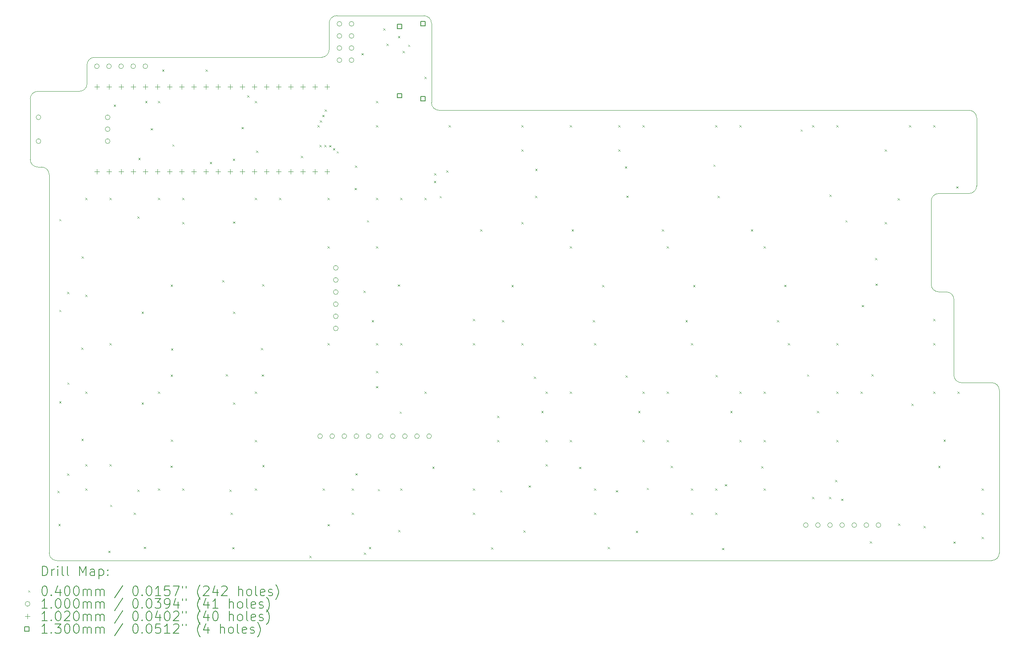
<source format=gbr>
%FSLAX45Y45*%
G04 Gerber Fmt 4.5, Leading zero omitted, Abs format (unit mm)*
G04 Created by KiCad (PCBNEW (6.0.5)) date 2022-07-14 01:39:36*
%MOMM*%
%LPD*%
G01*
G04 APERTURE LIST*
%TA.AperFunction,Profile*%
%ADD10C,0.100000*%
%TD*%
%ADD11C,0.200000*%
%ADD12C,0.040000*%
%ADD13C,0.100000*%
%ADD14C,0.102000*%
%ADD15C,0.130000*%
G04 APERTURE END LIST*
D10*
X2540000Y-5873750D02*
X3413125Y-5873750D01*
X3730625Y-5159375D02*
X6905625Y-5159375D01*
X2778125Y-7620000D02*
X2778125Y-7937500D01*
X10795000Y-4445000D02*
G75*
G03*
X10636250Y-4286250I-160310J-1560D01*
G01*
X2381250Y-6905625D02*
X2381250Y-6032500D01*
X22225000Y-6429375D02*
X22225000Y-7858125D01*
X8812249Y-4284699D02*
X10636250Y-4286250D01*
X8491500Y-5159381D02*
G75*
G03*
X8648700Y-4999075I-2530J159711D01*
G01*
X2381250Y-6905625D02*
X2381250Y-7302500D01*
X3571875Y-5715000D02*
X3571875Y-5318125D01*
X22542500Y-15716250D02*
G75*
G03*
X22701250Y-15557500I-10J158760D01*
G01*
X21748755Y-10239375D02*
G75*
G03*
X21590000Y-10080625I-158755J-5D01*
G01*
X22701245Y-12144375D02*
G75*
G03*
X22542500Y-11985625I-157035J1715D01*
G01*
X3730625Y-5159375D02*
G75*
G03*
X3571875Y-5318125I0J-158750D01*
G01*
X22066250Y-8016875D02*
X21431250Y-8016875D01*
X3413125Y-5873755D02*
G75*
G03*
X3571875Y-5715000I-5J158755D01*
G01*
X2778127Y-15557500D02*
G75*
G03*
X2941989Y-15716250I158433J-410D01*
G01*
X10953750Y-6270625D02*
X22066250Y-6270625D01*
X21272495Y-9921875D02*
G75*
G03*
X21431250Y-10080625I158755J5D01*
G01*
X21748750Y-10239375D02*
X21748750Y-11826875D01*
X10795000Y-6111875D02*
G75*
G03*
X10953750Y-6270625I157925J-825D01*
G01*
X21748745Y-11826875D02*
G75*
G03*
X21907500Y-11985625I158755J5D01*
G01*
X6905625Y-5159375D02*
X8491500Y-5159375D01*
X21431250Y-8016880D02*
G75*
G03*
X21272500Y-8175625I0J-158750D01*
G01*
X2381250Y-7302500D02*
G75*
G03*
X2540000Y-7461250I158750J0D01*
G01*
X10795000Y-4445000D02*
X10795000Y-6111875D01*
X21272500Y-8175625D02*
X21272500Y-9921875D01*
X8648700Y-4999075D02*
X8648700Y-4443450D01*
X22542500Y-15716250D02*
X2941989Y-15716250D01*
X2778125Y-15557500D02*
X2778125Y-7937500D01*
X2540000Y-7461250D02*
X2619375Y-7461250D01*
X8812249Y-4284699D02*
G75*
G03*
X8648700Y-4443450I-1719J-161851D01*
G01*
X21431250Y-10080625D02*
X21590000Y-10080625D01*
X22225005Y-6429375D02*
G75*
G03*
X22066250Y-6270625I-158755J-5D01*
G01*
X22066250Y-8016870D02*
G75*
G03*
X22225000Y-7858125I0J158750D01*
G01*
X21907500Y-11985625D02*
X22542500Y-11985625D01*
X2778120Y-7620000D02*
G75*
G03*
X2619375Y-7461250I-158750J0D01*
G01*
X2540000Y-5873750D02*
G75*
G03*
X2381250Y-6032500I-2090J-156660D01*
G01*
X22701250Y-12144375D02*
X22701250Y-15557500D01*
D11*
D12*
X2951800Y-14254800D02*
X2991800Y-14294800D01*
X2991800Y-14254800D02*
X2951800Y-14294800D01*
X2972120Y-14950760D02*
X3012120Y-14990760D01*
X3012120Y-14950760D02*
X2972120Y-14990760D01*
X2989900Y-8552500D02*
X3029900Y-8592500D01*
X3029900Y-8552500D02*
X2989900Y-8592500D01*
X2989900Y-10457500D02*
X3029900Y-10497500D01*
X3029900Y-10457500D02*
X2989900Y-10497500D01*
X2989900Y-12375200D02*
X3029900Y-12415200D01*
X3029900Y-12375200D02*
X2989900Y-12415200D01*
X3155000Y-10079040D02*
X3195000Y-10119040D01*
X3195000Y-10079040D02*
X3155000Y-10119040D01*
X3155000Y-13891580D02*
X3195000Y-13931580D01*
X3195000Y-13891580D02*
X3155000Y-13931580D01*
X3157540Y-11981500D02*
X3197540Y-12021500D01*
X3197540Y-11981500D02*
X3157540Y-12021500D01*
X3452180Y-11247440D02*
X3492180Y-11287440D01*
X3492180Y-11247440D02*
X3452180Y-11287440D01*
X3454720Y-13160060D02*
X3494720Y-13200060D01*
X3494720Y-13160060D02*
X3454720Y-13200060D01*
X3459800Y-9337360D02*
X3499800Y-9377360D01*
X3499800Y-9337360D02*
X3459800Y-9377360D01*
X3536000Y-8108000D02*
X3576000Y-8148000D01*
X3576000Y-8108000D02*
X3536000Y-8148000D01*
X3536000Y-10140000D02*
X3576000Y-10180000D01*
X3576000Y-10140000D02*
X3536000Y-10180000D01*
X3536000Y-12172000D02*
X3576000Y-12212000D01*
X3576000Y-12172000D02*
X3536000Y-12212000D01*
X3536000Y-13696000D02*
X3576000Y-13736000D01*
X3576000Y-13696000D02*
X3536000Y-13736000D01*
X3536000Y-14204000D02*
X3576000Y-14244000D01*
X3576000Y-14204000D02*
X3536000Y-14244000D01*
X4018600Y-15512100D02*
X4058600Y-15552100D01*
X4058600Y-15512100D02*
X4018600Y-15552100D01*
X4044000Y-8108000D02*
X4084000Y-8148000D01*
X4084000Y-8108000D02*
X4044000Y-8148000D01*
X4044000Y-11156000D02*
X4084000Y-11196000D01*
X4084000Y-11156000D02*
X4044000Y-11196000D01*
X4044000Y-13696000D02*
X4084000Y-13736000D01*
X4084000Y-13696000D02*
X4044000Y-13736000D01*
X4056700Y-14546900D02*
X4096700Y-14586900D01*
X4096700Y-14546900D02*
X4056700Y-14586900D01*
X4132900Y-6152200D02*
X4172900Y-6192200D01*
X4172900Y-6152200D02*
X4132900Y-6192200D01*
X4552000Y-14712000D02*
X4592000Y-14752000D01*
X4592000Y-14712000D02*
X4552000Y-14752000D01*
X4628200Y-8499160D02*
X4668200Y-8539160D01*
X4668200Y-8499160D02*
X4628200Y-8539160D01*
X4628200Y-14229400D02*
X4668200Y-14269400D01*
X4668200Y-14229400D02*
X4628200Y-14269400D01*
X4648520Y-7269800D02*
X4688520Y-7309800D01*
X4688520Y-7269800D02*
X4648520Y-7309800D01*
X4717100Y-10495600D02*
X4757100Y-10535600D01*
X4757100Y-10495600D02*
X4717100Y-10535600D01*
X4717100Y-12400600D02*
X4757100Y-12440600D01*
X4757100Y-12400600D02*
X4717100Y-12440600D01*
X4762820Y-15425740D02*
X4802820Y-15465740D01*
X4802820Y-15425740D02*
X4762820Y-15465740D01*
X4793300Y-6076000D02*
X4833300Y-6116000D01*
X4833300Y-6076000D02*
X4793300Y-6116000D01*
X4907600Y-6647500D02*
X4947600Y-6687500D01*
X4947600Y-6647500D02*
X4907600Y-6687500D01*
X5060000Y-6076000D02*
X5100000Y-6116000D01*
X5100000Y-6076000D02*
X5060000Y-6116000D01*
X5060000Y-8108000D02*
X5100000Y-8148000D01*
X5100000Y-8108000D02*
X5060000Y-8148000D01*
X5060000Y-12172000D02*
X5100000Y-12212000D01*
X5100000Y-12172000D02*
X5060000Y-12212000D01*
X5060000Y-14204000D02*
X5100000Y-14244000D01*
X5100000Y-14204000D02*
X5060000Y-14244000D01*
X5148900Y-5415600D02*
X5188900Y-5455600D01*
X5188900Y-5415600D02*
X5148900Y-5455600D01*
X5319080Y-13723940D02*
X5359080Y-13763940D01*
X5359080Y-13723940D02*
X5319080Y-13763940D01*
X5326700Y-9926640D02*
X5366700Y-9966640D01*
X5366700Y-9926640D02*
X5326700Y-9966640D01*
X5326700Y-11816400D02*
X5366700Y-11856400D01*
X5366700Y-11816400D02*
X5326700Y-11856400D01*
X5329240Y-13177840D02*
X5369240Y-13217840D01*
X5369240Y-13177840D02*
X5329240Y-13217840D01*
X5334320Y-11265220D02*
X5374320Y-11305220D01*
X5374320Y-11265220D02*
X5334320Y-11305220D01*
X5359720Y-6985320D02*
X5399720Y-7025320D01*
X5399720Y-6985320D02*
X5359720Y-7025320D01*
X5568000Y-8108000D02*
X5608000Y-8148000D01*
X5608000Y-8108000D02*
X5568000Y-8148000D01*
X5568000Y-8616000D02*
X5608000Y-8656000D01*
X5608000Y-8616000D02*
X5568000Y-8656000D01*
X5568000Y-14204000D02*
X5608000Y-14244000D01*
X5608000Y-14204000D02*
X5568000Y-14244000D01*
X6060760Y-5415600D02*
X6100760Y-5455600D01*
X6100760Y-5415600D02*
X6060760Y-5455600D01*
X6147120Y-7351080D02*
X6187120Y-7391080D01*
X6187120Y-7351080D02*
X6147120Y-7391080D01*
X6406942Y-9832928D02*
X6446942Y-9872928D01*
X6446942Y-9832928D02*
X6406942Y-9872928D01*
X6479592Y-11803967D02*
X6519592Y-11843967D01*
X6519592Y-11803967D02*
X6479592Y-11843967D01*
X6558600Y-14229400D02*
X6598600Y-14269400D01*
X6598600Y-14229400D02*
X6558600Y-14269400D01*
X6584000Y-14712000D02*
X6624000Y-14752000D01*
X6624000Y-14712000D02*
X6584000Y-14752000D01*
X6617020Y-15435900D02*
X6657020Y-15475900D01*
X6657020Y-15435900D02*
X6617020Y-15475900D01*
X6629720Y-7285040D02*
X6669720Y-7325040D01*
X6669720Y-7285040D02*
X6629720Y-7325040D01*
X6634800Y-8603300D02*
X6674800Y-8643300D01*
X6674800Y-8603300D02*
X6634800Y-8643300D01*
X6634800Y-10495600D02*
X6674800Y-10535600D01*
X6674800Y-10495600D02*
X6634800Y-10535600D01*
X6634800Y-12400600D02*
X6674800Y-12440600D01*
X6674800Y-12400600D02*
X6634800Y-12440600D01*
X6812600Y-6622100D02*
X6852600Y-6662100D01*
X6852600Y-6622100D02*
X6812600Y-6662100D01*
X6929440Y-5959160D02*
X6969440Y-5999160D01*
X6969440Y-5959160D02*
X6929440Y-5999160D01*
X7092000Y-6076000D02*
X7132000Y-6116000D01*
X7132000Y-6076000D02*
X7092000Y-6116000D01*
X7092000Y-8108000D02*
X7132000Y-8148000D01*
X7132000Y-8108000D02*
X7092000Y-8148000D01*
X7092000Y-12172000D02*
X7132000Y-12212000D01*
X7132000Y-12172000D02*
X7092000Y-12212000D01*
X7092000Y-13188000D02*
X7132000Y-13228000D01*
X7132000Y-13188000D02*
X7092000Y-13228000D01*
X7092000Y-14204000D02*
X7132000Y-14244000D01*
X7132000Y-14204000D02*
X7092000Y-14244000D01*
X7117400Y-7114860D02*
X7157400Y-7154860D01*
X7157400Y-7114860D02*
X7117400Y-7154860D01*
X7219000Y-11257600D02*
X7259000Y-11297600D01*
X7259000Y-11257600D02*
X7219000Y-11297600D01*
X7236780Y-11811320D02*
X7276780Y-11851320D01*
X7276780Y-11811320D02*
X7236780Y-11851320D01*
X7244400Y-9919020D02*
X7284400Y-9959020D01*
X7284400Y-9919020D02*
X7244400Y-9959020D01*
X7246940Y-13711240D02*
X7286940Y-13751240D01*
X7286940Y-13711240D02*
X7246940Y-13751240D01*
X7600000Y-8108000D02*
X7640000Y-8148000D01*
X7640000Y-8108000D02*
X7600000Y-8148000D01*
X8057200Y-7224080D02*
X8097200Y-7264080D01*
X8097200Y-7224080D02*
X8057200Y-7264080D01*
X8232460Y-15616240D02*
X8272460Y-15656240D01*
X8272460Y-15616240D02*
X8232460Y-15656240D01*
X8402640Y-6584000D02*
X8442640Y-6624000D01*
X8442640Y-6584000D02*
X8402640Y-6624000D01*
X8448878Y-7001022D02*
X8488878Y-7041022D01*
X8488878Y-7001022D02*
X8448878Y-7041022D01*
X8453192Y-6482152D02*
X8493192Y-6522152D01*
X8493192Y-6482152D02*
X8453192Y-6522152D01*
X8504943Y-6366263D02*
X8544943Y-6406263D01*
X8544943Y-6366263D02*
X8504943Y-6406263D01*
X8514400Y-14204000D02*
X8554400Y-14244000D01*
X8554400Y-14204000D02*
X8514400Y-14244000D01*
X8548828Y-7000959D02*
X8588828Y-7040959D01*
X8588828Y-7000959D02*
X8548828Y-7040959D01*
X8555425Y-6251645D02*
X8595425Y-6291645D01*
X8595425Y-6251645D02*
X8555425Y-6291645D01*
X8616000Y-8108000D02*
X8656000Y-8148000D01*
X8656000Y-8108000D02*
X8616000Y-8148000D01*
X8616000Y-9124000D02*
X8656000Y-9164000D01*
X8656000Y-9124000D02*
X8616000Y-9164000D01*
X8616000Y-11156000D02*
X8656000Y-11196000D01*
X8656000Y-11156000D02*
X8616000Y-11196000D01*
X8616000Y-14953300D02*
X8656000Y-14993300D01*
X8656000Y-14953300D02*
X8616000Y-14993300D01*
X8648761Y-7002822D02*
X8688761Y-7042822D01*
X8688761Y-7002822D02*
X8648761Y-7042822D01*
X8728885Y-7067124D02*
X8768885Y-7107124D01*
X8768885Y-7067124D02*
X8728885Y-7107124D01*
X8806500Y-7130100D02*
X8846500Y-7170100D01*
X8846500Y-7130100D02*
X8806500Y-7170100D01*
X9124000Y-14204000D02*
X9164000Y-14244000D01*
X9164000Y-14204000D02*
X9124000Y-14244000D01*
X9124000Y-14712000D02*
X9164000Y-14752000D01*
X9164000Y-14712000D02*
X9124000Y-14752000D01*
X9183181Y-7900129D02*
X9223181Y-7940129D01*
X9223181Y-7900129D02*
X9183181Y-7940129D01*
X9192323Y-7430077D02*
X9232323Y-7470077D01*
X9232323Y-7430077D02*
X9192323Y-7470077D01*
X9200200Y-13886500D02*
X9240200Y-13926500D01*
X9240200Y-13886500D02*
X9200200Y-13926500D01*
X9327200Y-5072700D02*
X9367200Y-5112700D01*
X9367200Y-5072700D02*
X9327200Y-5112700D01*
X9368850Y-10054650D02*
X9408850Y-10094650D01*
X9408850Y-10054650D02*
X9368850Y-10094650D01*
X9378000Y-15550200D02*
X9418000Y-15590200D01*
X9418000Y-15550200D02*
X9378000Y-15590200D01*
X9441500Y-8577900D02*
X9481500Y-8617900D01*
X9481500Y-8577900D02*
X9441500Y-8617900D01*
X9482140Y-15430820D02*
X9522140Y-15470820D01*
X9522140Y-15430820D02*
X9482140Y-15470820D01*
X9543100Y-10673400D02*
X9583100Y-10713400D01*
X9583100Y-10673400D02*
X9543100Y-10713400D01*
X9632000Y-6076000D02*
X9672000Y-6116000D01*
X9672000Y-6076000D02*
X9632000Y-6116000D01*
X9632000Y-6584000D02*
X9672000Y-6624000D01*
X9672000Y-6584000D02*
X9632000Y-6624000D01*
X9632000Y-8108000D02*
X9672000Y-8148000D01*
X9672000Y-8108000D02*
X9632000Y-8148000D01*
X9632000Y-9124000D02*
X9672000Y-9164000D01*
X9672000Y-9124000D02*
X9632000Y-9164000D01*
X9632000Y-11156000D02*
X9672000Y-11196000D01*
X9672000Y-11156000D02*
X9632000Y-11196000D01*
X9632000Y-12057700D02*
X9672000Y-12097700D01*
X9672000Y-12057700D02*
X9632000Y-12097700D01*
X9632352Y-11739848D02*
X9672352Y-11779848D01*
X9672352Y-11739848D02*
X9632352Y-11779848D01*
X9670100Y-14216700D02*
X9710100Y-14256700D01*
X9710100Y-14216700D02*
X9670100Y-14256700D01*
X9784400Y-4552000D02*
X9824400Y-4592000D01*
X9824400Y-4552000D02*
X9784400Y-4592000D01*
X9850411Y-4871100D02*
X9890411Y-4911100D01*
X9890411Y-4871100D02*
X9850411Y-4911100D01*
X10089200Y-9924100D02*
X10129200Y-9964100D01*
X10129200Y-9924100D02*
X10089200Y-9964100D01*
X10091740Y-4714560D02*
X10131740Y-4754560D01*
X10131740Y-4714560D02*
X10091740Y-4754560D01*
X10096820Y-15072680D02*
X10136820Y-15112680D01*
X10136820Y-15072680D02*
X10096820Y-15112680D01*
X10127300Y-12591100D02*
X10167300Y-12631100D01*
X10167300Y-12591100D02*
X10127300Y-12631100D01*
X10140000Y-8108000D02*
X10180000Y-8148000D01*
X10180000Y-8108000D02*
X10140000Y-8148000D01*
X10140000Y-11156000D02*
X10180000Y-11196000D01*
X10180000Y-11156000D02*
X10140000Y-11196000D01*
X10140000Y-14204000D02*
X10180000Y-14244000D01*
X10180000Y-14204000D02*
X10140000Y-14244000D01*
X10190800Y-5024440D02*
X10230800Y-5064440D01*
X10230800Y-5024440D02*
X10190800Y-5064440D01*
X10305082Y-4894919D02*
X10345082Y-4934919D01*
X10345082Y-4894919D02*
X10305082Y-4934919D01*
X10648000Y-5568000D02*
X10688000Y-5608000D01*
X10688000Y-5568000D02*
X10648000Y-5608000D01*
X10648000Y-8108000D02*
X10688000Y-8148000D01*
X10688000Y-8108000D02*
X10648000Y-8148000D01*
X10648000Y-12172000D02*
X10688000Y-12212000D01*
X10688000Y-12172000D02*
X10648000Y-12212000D01*
X10813100Y-13746800D02*
X10853100Y-13786800D01*
X10853100Y-13746800D02*
X10813100Y-13786800D01*
X10846685Y-7754375D02*
X10886685Y-7794375D01*
X10886685Y-7754375D02*
X10846685Y-7794375D01*
X10848660Y-7589840D02*
X10888660Y-7629840D01*
X10888660Y-7589840D02*
X10848660Y-7629840D01*
X10965500Y-8069900D02*
X11005500Y-8109900D01*
X11005500Y-8069900D02*
X10965500Y-8109900D01*
X11105200Y-7531725D02*
X11145200Y-7571725D01*
X11145200Y-7531725D02*
X11105200Y-7571725D01*
X11156000Y-6584000D02*
X11196000Y-6624000D01*
X11196000Y-6584000D02*
X11156000Y-6624000D01*
X11664000Y-10648000D02*
X11704000Y-10688000D01*
X11704000Y-10648000D02*
X11664000Y-10688000D01*
X11664000Y-11156000D02*
X11704000Y-11196000D01*
X11704000Y-11156000D02*
X11664000Y-11196000D01*
X11664000Y-14204000D02*
X11704000Y-14244000D01*
X11704000Y-14204000D02*
X11664000Y-14244000D01*
X11664000Y-14712000D02*
X11704000Y-14752000D01*
X11704000Y-14712000D02*
X11664000Y-14752000D01*
X11816400Y-8768400D02*
X11856400Y-8808400D01*
X11856400Y-8768400D02*
X11816400Y-8808400D01*
X12045000Y-15440980D02*
X12085000Y-15480980D01*
X12085000Y-15440980D02*
X12045000Y-15480980D01*
X12172000Y-12680000D02*
X12212000Y-12720000D01*
X12212000Y-12680000D02*
X12172000Y-12720000D01*
X12172000Y-13188000D02*
X12212000Y-13228000D01*
X12212000Y-13188000D02*
X12172000Y-13228000D01*
X12235500Y-14242100D02*
X12275500Y-14282100D01*
X12275500Y-14242100D02*
X12235500Y-14282100D01*
X12273600Y-10673400D02*
X12313600Y-10713400D01*
X12313600Y-10673400D02*
X12273600Y-10713400D01*
X12471720Y-9934260D02*
X12511720Y-9974260D01*
X12511720Y-9934260D02*
X12471720Y-9974260D01*
X12680000Y-6584000D02*
X12720000Y-6624000D01*
X12720000Y-6584000D02*
X12680000Y-6624000D01*
X12680000Y-7092000D02*
X12720000Y-7132000D01*
X12720000Y-7092000D02*
X12680000Y-7132000D01*
X12680000Y-8616000D02*
X12720000Y-8656000D01*
X12720000Y-8616000D02*
X12680000Y-8656000D01*
X12680000Y-11156000D02*
X12720000Y-11196000D01*
X12720000Y-11156000D02*
X12680000Y-11196000D01*
X12720640Y-15085380D02*
X12760640Y-15125380D01*
X12760640Y-15085380D02*
X12720640Y-15125380D01*
X12832400Y-14140500D02*
X12872400Y-14180500D01*
X12872400Y-14140500D02*
X12832400Y-14180500D01*
X12944160Y-11859580D02*
X12984160Y-11899580D01*
X12984160Y-11859580D02*
X12944160Y-11899580D01*
X12967020Y-8062280D02*
X13007020Y-8102280D01*
X13007020Y-8062280D02*
X12967020Y-8102280D01*
X12972100Y-7498400D02*
X13012100Y-7538400D01*
X13012100Y-7498400D02*
X12972100Y-7538400D01*
X13099100Y-12578400D02*
X13139100Y-12618400D01*
X13139100Y-12578400D02*
X13099100Y-12618400D01*
X13188000Y-12172000D02*
X13228000Y-12212000D01*
X13228000Y-12172000D02*
X13188000Y-12212000D01*
X13188000Y-13188000D02*
X13228000Y-13228000D01*
X13228000Y-13188000D02*
X13188000Y-13228000D01*
X13188000Y-13696000D02*
X13228000Y-13736000D01*
X13228000Y-13696000D02*
X13188000Y-13736000D01*
X13696000Y-6584000D02*
X13736000Y-6624000D01*
X13736000Y-6584000D02*
X13696000Y-6624000D01*
X13696000Y-9124000D02*
X13736000Y-9164000D01*
X13736000Y-9124000D02*
X13696000Y-9164000D01*
X13696000Y-12172000D02*
X13736000Y-12212000D01*
X13736000Y-12172000D02*
X13696000Y-12212000D01*
X13696000Y-13188000D02*
X13736000Y-13228000D01*
X13736000Y-13188000D02*
X13696000Y-13228000D01*
X13734100Y-8768400D02*
X13774100Y-8808400D01*
X13774100Y-8768400D02*
X13734100Y-8808400D01*
X13891580Y-13749340D02*
X13931580Y-13789340D01*
X13931580Y-13749340D02*
X13891580Y-13789340D01*
X14178600Y-10673400D02*
X14218600Y-10713400D01*
X14218600Y-10673400D02*
X14178600Y-10713400D01*
X14204000Y-11156000D02*
X14244000Y-11196000D01*
X14244000Y-11156000D02*
X14204000Y-11196000D01*
X14204000Y-14204000D02*
X14244000Y-14244000D01*
X14244000Y-14204000D02*
X14204000Y-14244000D01*
X14204000Y-14712000D02*
X14244000Y-14752000D01*
X14244000Y-14712000D02*
X14204000Y-14752000D01*
X14371640Y-9934260D02*
X14411640Y-9974260D01*
X14411640Y-9934260D02*
X14371640Y-9974260D01*
X14493560Y-15428280D02*
X14533560Y-15468280D01*
X14533560Y-15428280D02*
X14493560Y-15468280D01*
X14661200Y-14242100D02*
X14701200Y-14282100D01*
X14701200Y-14242100D02*
X14661200Y-14282100D01*
X14712000Y-6584000D02*
X14752000Y-6624000D01*
X14752000Y-6584000D02*
X14712000Y-6624000D01*
X14712000Y-7092000D02*
X14752000Y-7132000D01*
X14752000Y-7092000D02*
X14712000Y-7132000D01*
X14851700Y-7447600D02*
X14891700Y-7487600D01*
X14891700Y-7447600D02*
X14851700Y-7487600D01*
X14864400Y-11831640D02*
X14904400Y-11871640D01*
X14904400Y-11831640D02*
X14864400Y-11871640D01*
X14879640Y-8059740D02*
X14919640Y-8099740D01*
X14919640Y-8059740D02*
X14879640Y-8099740D01*
X15080300Y-15089450D02*
X15120300Y-15129450D01*
X15120300Y-15089450D02*
X15080300Y-15129450D01*
X15131100Y-12578400D02*
X15171100Y-12618400D01*
X15171100Y-12578400D02*
X15131100Y-12618400D01*
X15220000Y-6584000D02*
X15260000Y-6624000D01*
X15260000Y-6584000D02*
X15220000Y-6624000D01*
X15220000Y-12172000D02*
X15260000Y-12212000D01*
X15260000Y-12172000D02*
X15220000Y-12212000D01*
X15220000Y-13188000D02*
X15260000Y-13228000D01*
X15260000Y-13188000D02*
X15220000Y-13228000D01*
X15308900Y-14191300D02*
X15348900Y-14231300D01*
X15348900Y-14191300D02*
X15308900Y-14231300D01*
X15626400Y-8768400D02*
X15666400Y-8808400D01*
X15666400Y-8768400D02*
X15626400Y-8808400D01*
X15728000Y-9124000D02*
X15768000Y-9164000D01*
X15768000Y-9124000D02*
X15728000Y-9164000D01*
X15728000Y-12172000D02*
X15768000Y-12212000D01*
X15768000Y-12172000D02*
X15728000Y-12212000D01*
X15728000Y-13188000D02*
X15768000Y-13228000D01*
X15768000Y-13188000D02*
X15728000Y-13228000D01*
X15809280Y-13729020D02*
X15849280Y-13769020D01*
X15849280Y-13729020D02*
X15809280Y-13769020D01*
X16121700Y-10673400D02*
X16161700Y-10713400D01*
X16161700Y-10673400D02*
X16121700Y-10713400D01*
X16236000Y-11156000D02*
X16276000Y-11196000D01*
X16276000Y-11156000D02*
X16236000Y-11196000D01*
X16236000Y-14204000D02*
X16276000Y-14244000D01*
X16276000Y-14204000D02*
X16236000Y-14244000D01*
X16236000Y-14712000D02*
X16276000Y-14752000D01*
X16276000Y-14712000D02*
X16236000Y-14752000D01*
X16281720Y-9934260D02*
X16321720Y-9974260D01*
X16321720Y-9934260D02*
X16281720Y-9974260D01*
X16705900Y-7409500D02*
X16745900Y-7449500D01*
X16745900Y-7409500D02*
X16705900Y-7449500D01*
X16744000Y-6584000D02*
X16784000Y-6624000D01*
X16784000Y-6584000D02*
X16744000Y-6624000D01*
X16744000Y-14204000D02*
X16784000Y-14244000D01*
X16784000Y-14204000D02*
X16744000Y-14244000D01*
X16744000Y-14712000D02*
X16784000Y-14752000D01*
X16784000Y-14712000D02*
X16744000Y-14752000D01*
X16751620Y-11821480D02*
X16791620Y-11861480D01*
X16791620Y-11821480D02*
X16751620Y-11861480D01*
X16794800Y-8067360D02*
X16834800Y-8107360D01*
X16834800Y-8067360D02*
X16794800Y-8107360D01*
X16886240Y-15451140D02*
X16926240Y-15491140D01*
X16926240Y-15451140D02*
X16886240Y-15491140D01*
X16947200Y-14115100D02*
X16987200Y-14155100D01*
X16987200Y-14115100D02*
X16947200Y-14155100D01*
X17061500Y-12578400D02*
X17101500Y-12618400D01*
X17101500Y-12578400D02*
X17061500Y-12618400D01*
X17252000Y-6584000D02*
X17292000Y-6624000D01*
X17292000Y-6584000D02*
X17252000Y-6624000D01*
X17252000Y-12172000D02*
X17292000Y-12212000D01*
X17292000Y-12172000D02*
X17252000Y-12212000D01*
X17252000Y-13188000D02*
X17292000Y-13228000D01*
X17292000Y-13188000D02*
X17252000Y-13228000D01*
X17493300Y-8768400D02*
X17533300Y-8808400D01*
X17533300Y-8768400D02*
X17493300Y-8808400D01*
X17706660Y-13736640D02*
X17746660Y-13776640D01*
X17746660Y-13736640D02*
X17706660Y-13776640D01*
X17760000Y-9124000D02*
X17800000Y-9164000D01*
X17800000Y-9124000D02*
X17760000Y-9164000D01*
X17760000Y-12172000D02*
X17800000Y-12212000D01*
X17800000Y-12172000D02*
X17760000Y-12212000D01*
X17760000Y-13188000D02*
X17800000Y-13228000D01*
X17800000Y-13188000D02*
X17760000Y-13228000D01*
X17760000Y-14204000D02*
X17800000Y-14244000D01*
X17800000Y-14204000D02*
X17760000Y-14244000D01*
X18039400Y-10673400D02*
X18079400Y-10713400D01*
X18079400Y-10673400D02*
X18039400Y-10713400D01*
X18191800Y-9931720D02*
X18231800Y-9971720D01*
X18231800Y-9931720D02*
X18191800Y-9971720D01*
X18268000Y-11156000D02*
X18308000Y-11196000D01*
X18308000Y-11156000D02*
X18268000Y-11196000D01*
X18534700Y-6672900D02*
X18574700Y-6712900D01*
X18574700Y-6672900D02*
X18534700Y-6712900D01*
X18669320Y-11811320D02*
X18709320Y-11851320D01*
X18709320Y-11811320D02*
X18669320Y-11851320D01*
X18776000Y-6584000D02*
X18816000Y-6624000D01*
X18816000Y-6584000D02*
X18776000Y-6624000D01*
X18776000Y-14381800D02*
X18816000Y-14421800D01*
X18816000Y-14381800D02*
X18776000Y-14421800D01*
X18877600Y-12578400D02*
X18917600Y-12618400D01*
X18917600Y-12578400D02*
X18877600Y-12618400D01*
X19131600Y-14381800D02*
X19171600Y-14421800D01*
X19171600Y-14381800D02*
X19131600Y-14421800D01*
X19139220Y-8039420D02*
X19179220Y-8079420D01*
X19179220Y-8039420D02*
X19139220Y-8079420D01*
X19258600Y-14026200D02*
X19298600Y-14066200D01*
X19298600Y-14026200D02*
X19258600Y-14066200D01*
X19284000Y-6584000D02*
X19324000Y-6624000D01*
X19324000Y-6584000D02*
X19284000Y-6624000D01*
X19284000Y-11156000D02*
X19324000Y-11196000D01*
X19324000Y-11156000D02*
X19284000Y-11196000D01*
X19284000Y-12172000D02*
X19324000Y-12212000D01*
X19324000Y-12172000D02*
X19284000Y-12212000D01*
X19284000Y-13188000D02*
X19324000Y-13228000D01*
X19324000Y-13188000D02*
X19284000Y-13228000D01*
X19385600Y-14419900D02*
X19425600Y-14459900D01*
X19425600Y-14419900D02*
X19385600Y-14459900D01*
X19474500Y-8577900D02*
X19514500Y-8617900D01*
X19514500Y-8577900D02*
X19474500Y-8617900D01*
X19792000Y-12172000D02*
X19832000Y-12212000D01*
X19832000Y-12172000D02*
X19792000Y-12212000D01*
X19817400Y-10355900D02*
X19857400Y-10395900D01*
X19857400Y-10355900D02*
X19817400Y-10395900D01*
X19985040Y-15313980D02*
X20025040Y-15353980D01*
X20025040Y-15313980D02*
X19985040Y-15353980D01*
X20018060Y-11808780D02*
X20058060Y-11848780D01*
X20058060Y-11808780D02*
X20018060Y-11848780D01*
X20094260Y-9367840D02*
X20134260Y-9407840D01*
X20134260Y-9367840D02*
X20094260Y-9407840D01*
X20104420Y-9906320D02*
X20144420Y-9946320D01*
X20144420Y-9906320D02*
X20104420Y-9946320D01*
X20300000Y-7092000D02*
X20340000Y-7132000D01*
X20340000Y-7092000D02*
X20300000Y-7132000D01*
X20300000Y-8616000D02*
X20340000Y-8656000D01*
X20340000Y-8616000D02*
X20300000Y-8656000D01*
X20569240Y-8113080D02*
X20609240Y-8153080D01*
X20609240Y-8113080D02*
X20569240Y-8153080D01*
X20579400Y-14940600D02*
X20619400Y-14980600D01*
X20619400Y-14940600D02*
X20579400Y-14980600D01*
X20808000Y-6584000D02*
X20848000Y-6624000D01*
X20848000Y-6584000D02*
X20808000Y-6624000D01*
X20858800Y-12426000D02*
X20898800Y-12466000D01*
X20898800Y-12426000D02*
X20858800Y-12466000D01*
X21112800Y-14991400D02*
X21152800Y-15031400D01*
X21152800Y-14991400D02*
X21112800Y-15031400D01*
X21316000Y-6584000D02*
X21356000Y-6624000D01*
X21356000Y-6584000D02*
X21316000Y-6624000D01*
X21316000Y-10648000D02*
X21356000Y-10688000D01*
X21356000Y-10648000D02*
X21316000Y-10688000D01*
X21316000Y-11156000D02*
X21356000Y-11196000D01*
X21356000Y-11156000D02*
X21316000Y-11196000D01*
X21316000Y-12172000D02*
X21356000Y-12212000D01*
X21356000Y-12172000D02*
X21316000Y-12212000D01*
X21420140Y-13731560D02*
X21460140Y-13771560D01*
X21460140Y-13731560D02*
X21420140Y-13771560D01*
X21531900Y-13177840D02*
X21571900Y-13217840D01*
X21571900Y-13177840D02*
X21531900Y-13217840D01*
X21737640Y-15316520D02*
X21777640Y-15356520D01*
X21777640Y-15316520D02*
X21737640Y-15356520D01*
X21798600Y-7866700D02*
X21838600Y-7906700D01*
X21838600Y-7866700D02*
X21798600Y-7906700D01*
X21824000Y-12172000D02*
X21864000Y-12212000D01*
X21864000Y-12172000D02*
X21824000Y-12212000D01*
X22332000Y-14204000D02*
X22372000Y-14244000D01*
X22372000Y-14204000D02*
X22332000Y-14244000D01*
X22332000Y-14712000D02*
X22372000Y-14752000D01*
X22372000Y-14712000D02*
X22332000Y-14752000D01*
X22332000Y-15220000D02*
X22372000Y-15260000D01*
X22372000Y-15220000D02*
X22332000Y-15260000D01*
D13*
X2604375Y-6417500D02*
G75*
G03*
X2604375Y-6417500I-50000J0D01*
G01*
X2604375Y-6917500D02*
G75*
G03*
X2604375Y-6917500I-50000J0D01*
G01*
X3828250Y-5346700D02*
G75*
G03*
X3828250Y-5346700I-50000J0D01*
G01*
X4054375Y-6417500D02*
G75*
G03*
X4054375Y-6417500I-50000J0D01*
G01*
X4054375Y-6667500D02*
G75*
G03*
X4054375Y-6667500I-50000J0D01*
G01*
X4054375Y-6917500D02*
G75*
G03*
X4054375Y-6917500I-50000J0D01*
G01*
X4082250Y-5346700D02*
G75*
G03*
X4082250Y-5346700I-50000J0D01*
G01*
X4336250Y-5346700D02*
G75*
G03*
X4336250Y-5346700I-50000J0D01*
G01*
X4590250Y-5346700D02*
G75*
G03*
X4590250Y-5346700I-50000J0D01*
G01*
X4844250Y-5346700D02*
G75*
G03*
X4844250Y-5346700I-50000J0D01*
G01*
X8508700Y-13106400D02*
G75*
G03*
X8508700Y-13106400I-50000J0D01*
G01*
X8762700Y-13106400D02*
G75*
G03*
X8762700Y-13106400I-50000J0D01*
G01*
X8838400Y-9575800D02*
G75*
G03*
X8838400Y-9575800I-50000J0D01*
G01*
X8838400Y-9829800D02*
G75*
G03*
X8838400Y-9829800I-50000J0D01*
G01*
X8838400Y-10083800D02*
G75*
G03*
X8838400Y-10083800I-50000J0D01*
G01*
X8838400Y-10337800D02*
G75*
G03*
X8838400Y-10337800I-50000J0D01*
G01*
X8838400Y-10591800D02*
G75*
G03*
X8838400Y-10591800I-50000J0D01*
G01*
X8838400Y-10845800D02*
G75*
G03*
X8838400Y-10845800I-50000J0D01*
G01*
X8914600Y-4457700D02*
G75*
G03*
X8914600Y-4457700I-50000J0D01*
G01*
X8914600Y-4711700D02*
G75*
G03*
X8914600Y-4711700I-50000J0D01*
G01*
X8914600Y-4965700D02*
G75*
G03*
X8914600Y-4965700I-50000J0D01*
G01*
X8914600Y-5219700D02*
G75*
G03*
X8914600Y-5219700I-50000J0D01*
G01*
X9016700Y-13106400D02*
G75*
G03*
X9016700Y-13106400I-50000J0D01*
G01*
X9168600Y-4457700D02*
G75*
G03*
X9168600Y-4457700I-50000J0D01*
G01*
X9168600Y-4711700D02*
G75*
G03*
X9168600Y-4711700I-50000J0D01*
G01*
X9168600Y-4965700D02*
G75*
G03*
X9168600Y-4965700I-50000J0D01*
G01*
X9168600Y-5219700D02*
G75*
G03*
X9168600Y-5219700I-50000J0D01*
G01*
X9270700Y-13106400D02*
G75*
G03*
X9270700Y-13106400I-50000J0D01*
G01*
X9524700Y-13106400D02*
G75*
G03*
X9524700Y-13106400I-50000J0D01*
G01*
X9778700Y-13106400D02*
G75*
G03*
X9778700Y-13106400I-50000J0D01*
G01*
X10032700Y-13106400D02*
G75*
G03*
X10032700Y-13106400I-50000J0D01*
G01*
X10286700Y-13106400D02*
G75*
G03*
X10286700Y-13106400I-50000J0D01*
G01*
X10540700Y-13106400D02*
G75*
G03*
X10540700Y-13106400I-50000J0D01*
G01*
X10794700Y-13106400D02*
G75*
G03*
X10794700Y-13106400I-50000J0D01*
G01*
X18693600Y-14973300D02*
G75*
G03*
X18693600Y-14973300I-50000J0D01*
G01*
X18947600Y-14973300D02*
G75*
G03*
X18947600Y-14973300I-50000J0D01*
G01*
X19201600Y-14973300D02*
G75*
G03*
X19201600Y-14973300I-50000J0D01*
G01*
X19455600Y-14973300D02*
G75*
G03*
X19455600Y-14973300I-50000J0D01*
G01*
X19709600Y-14973300D02*
G75*
G03*
X19709600Y-14973300I-50000J0D01*
G01*
X19963600Y-14973300D02*
G75*
G03*
X19963600Y-14973300I-50000J0D01*
G01*
X20217600Y-14973300D02*
G75*
G03*
X20217600Y-14973300I-50000J0D01*
G01*
D14*
X3778250Y-5727500D02*
X3778250Y-5829500D01*
X3727250Y-5778500D02*
X3829250Y-5778500D01*
X3778250Y-7505500D02*
X3778250Y-7607500D01*
X3727250Y-7556500D02*
X3829250Y-7556500D01*
X4032250Y-5727500D02*
X4032250Y-5829500D01*
X3981250Y-5778500D02*
X4083250Y-5778500D01*
X4032250Y-7505500D02*
X4032250Y-7607500D01*
X3981250Y-7556500D02*
X4083250Y-7556500D01*
X4286250Y-5727500D02*
X4286250Y-5829500D01*
X4235250Y-5778500D02*
X4337250Y-5778500D01*
X4286250Y-7505500D02*
X4286250Y-7607500D01*
X4235250Y-7556500D02*
X4337250Y-7556500D01*
X4540250Y-5727500D02*
X4540250Y-5829500D01*
X4489250Y-5778500D02*
X4591250Y-5778500D01*
X4540250Y-7505500D02*
X4540250Y-7607500D01*
X4489250Y-7556500D02*
X4591250Y-7556500D01*
X4794250Y-5727500D02*
X4794250Y-5829500D01*
X4743250Y-5778500D02*
X4845250Y-5778500D01*
X4794250Y-7505500D02*
X4794250Y-7607500D01*
X4743250Y-7556500D02*
X4845250Y-7556500D01*
X5048250Y-5727500D02*
X5048250Y-5829500D01*
X4997250Y-5778500D02*
X5099250Y-5778500D01*
X5048250Y-7505500D02*
X5048250Y-7607500D01*
X4997250Y-7556500D02*
X5099250Y-7556500D01*
X5302250Y-5727500D02*
X5302250Y-5829500D01*
X5251250Y-5778500D02*
X5353250Y-5778500D01*
X5302250Y-7505500D02*
X5302250Y-7607500D01*
X5251250Y-7556500D02*
X5353250Y-7556500D01*
X5556250Y-5727500D02*
X5556250Y-5829500D01*
X5505250Y-5778500D02*
X5607250Y-5778500D01*
X5556250Y-7505500D02*
X5556250Y-7607500D01*
X5505250Y-7556500D02*
X5607250Y-7556500D01*
X5810250Y-5727500D02*
X5810250Y-5829500D01*
X5759250Y-5778500D02*
X5861250Y-5778500D01*
X5810250Y-7505500D02*
X5810250Y-7607500D01*
X5759250Y-7556500D02*
X5861250Y-7556500D01*
X6064250Y-5727500D02*
X6064250Y-5829500D01*
X6013250Y-5778500D02*
X6115250Y-5778500D01*
X6064250Y-7505500D02*
X6064250Y-7607500D01*
X6013250Y-7556500D02*
X6115250Y-7556500D01*
X6318250Y-5727500D02*
X6318250Y-5829500D01*
X6267250Y-5778500D02*
X6369250Y-5778500D01*
X6318250Y-7505500D02*
X6318250Y-7607500D01*
X6267250Y-7556500D02*
X6369250Y-7556500D01*
X6572250Y-5727500D02*
X6572250Y-5829500D01*
X6521250Y-5778500D02*
X6623250Y-5778500D01*
X6572250Y-7505500D02*
X6572250Y-7607500D01*
X6521250Y-7556500D02*
X6623250Y-7556500D01*
X6826250Y-5727500D02*
X6826250Y-5829500D01*
X6775250Y-5778500D02*
X6877250Y-5778500D01*
X6826250Y-7505500D02*
X6826250Y-7607500D01*
X6775250Y-7556500D02*
X6877250Y-7556500D01*
X7080250Y-5727500D02*
X7080250Y-5829500D01*
X7029250Y-5778500D02*
X7131250Y-5778500D01*
X7080250Y-7505500D02*
X7080250Y-7607500D01*
X7029250Y-7556500D02*
X7131250Y-7556500D01*
X7334250Y-5727500D02*
X7334250Y-5829500D01*
X7283250Y-5778500D02*
X7385250Y-5778500D01*
X7334250Y-7505500D02*
X7334250Y-7607500D01*
X7283250Y-7556500D02*
X7385250Y-7556500D01*
X7588250Y-5727500D02*
X7588250Y-5829500D01*
X7537250Y-5778500D02*
X7639250Y-5778500D01*
X7588250Y-7505500D02*
X7588250Y-7607500D01*
X7537250Y-7556500D02*
X7639250Y-7556500D01*
X7842250Y-5727500D02*
X7842250Y-5829500D01*
X7791250Y-5778500D02*
X7893250Y-5778500D01*
X7842250Y-7505500D02*
X7842250Y-7607500D01*
X7791250Y-7556500D02*
X7893250Y-7556500D01*
X8096250Y-5727500D02*
X8096250Y-5829500D01*
X8045250Y-5778500D02*
X8147250Y-5778500D01*
X8096250Y-7505500D02*
X8096250Y-7607500D01*
X8045250Y-7556500D02*
X8147250Y-7556500D01*
X8350250Y-5727500D02*
X8350250Y-5829500D01*
X8299250Y-5778500D02*
X8401250Y-5778500D01*
X8350250Y-7505500D02*
X8350250Y-7607500D01*
X8299250Y-7556500D02*
X8401250Y-7556500D01*
X8604250Y-5727500D02*
X8604250Y-5829500D01*
X8553250Y-5778500D02*
X8655250Y-5778500D01*
X8604250Y-7505500D02*
X8604250Y-7607500D01*
X8553250Y-7556500D02*
X8655250Y-7556500D01*
D15*
X10170037Y-4559712D02*
X10170037Y-4467788D01*
X10078113Y-4467788D01*
X10078113Y-4559712D01*
X10170037Y-4559712D01*
X10170037Y-6009712D02*
X10170037Y-5917788D01*
X10078113Y-5917788D01*
X10078113Y-6009712D01*
X10170037Y-6009712D01*
X10660037Y-4499712D02*
X10660037Y-4407788D01*
X10568113Y-4407788D01*
X10568113Y-4499712D01*
X10660037Y-4499712D01*
X10660037Y-6069712D02*
X10660037Y-5977788D01*
X10568113Y-5977788D01*
X10568113Y-6069712D01*
X10660037Y-6069712D01*
D11*
X2633855Y-16031819D02*
X2633855Y-15831819D01*
X2681474Y-15831819D01*
X2710046Y-15841343D01*
X2729093Y-15860391D01*
X2738617Y-15879438D01*
X2748141Y-15917533D01*
X2748141Y-15946105D01*
X2738617Y-15984200D01*
X2729093Y-16003248D01*
X2710046Y-16022295D01*
X2681474Y-16031819D01*
X2633855Y-16031819D01*
X2833855Y-16031819D02*
X2833855Y-15898486D01*
X2833855Y-15936581D02*
X2843379Y-15917533D01*
X2852903Y-15908010D01*
X2871950Y-15898486D01*
X2890998Y-15898486D01*
X2957665Y-16031819D02*
X2957665Y-15898486D01*
X2957665Y-15831819D02*
X2948141Y-15841343D01*
X2957665Y-15850867D01*
X2967188Y-15841343D01*
X2957665Y-15831819D01*
X2957665Y-15850867D01*
X3081474Y-16031819D02*
X3062426Y-16022295D01*
X3052903Y-16003248D01*
X3052903Y-15831819D01*
X3186236Y-16031819D02*
X3167188Y-16022295D01*
X3157665Y-16003248D01*
X3157665Y-15831819D01*
X3414807Y-16031819D02*
X3414807Y-15831819D01*
X3481474Y-15974676D01*
X3548141Y-15831819D01*
X3548141Y-16031819D01*
X3729093Y-16031819D02*
X3729093Y-15927057D01*
X3719569Y-15908010D01*
X3700522Y-15898486D01*
X3662426Y-15898486D01*
X3643379Y-15908010D01*
X3729093Y-16022295D02*
X3710046Y-16031819D01*
X3662426Y-16031819D01*
X3643379Y-16022295D01*
X3633855Y-16003248D01*
X3633855Y-15984200D01*
X3643379Y-15965153D01*
X3662426Y-15955629D01*
X3710046Y-15955629D01*
X3729093Y-15946105D01*
X3824331Y-15898486D02*
X3824331Y-16098486D01*
X3824331Y-15908010D02*
X3843379Y-15898486D01*
X3881474Y-15898486D01*
X3900522Y-15908010D01*
X3910046Y-15917533D01*
X3919569Y-15936581D01*
X3919569Y-15993724D01*
X3910046Y-16012772D01*
X3900522Y-16022295D01*
X3881474Y-16031819D01*
X3843379Y-16031819D01*
X3824331Y-16022295D01*
X4005284Y-16012772D02*
X4014807Y-16022295D01*
X4005284Y-16031819D01*
X3995760Y-16022295D01*
X4005284Y-16012772D01*
X4005284Y-16031819D01*
X4005284Y-15908010D02*
X4014807Y-15917533D01*
X4005284Y-15927057D01*
X3995760Y-15917533D01*
X4005284Y-15908010D01*
X4005284Y-15927057D01*
D12*
X2336236Y-16341343D02*
X2376236Y-16381343D01*
X2376236Y-16341343D02*
X2336236Y-16381343D01*
D11*
X2671950Y-16251819D02*
X2690998Y-16251819D01*
X2710046Y-16261343D01*
X2719569Y-16270867D01*
X2729093Y-16289914D01*
X2738617Y-16328010D01*
X2738617Y-16375629D01*
X2729093Y-16413724D01*
X2719569Y-16432772D01*
X2710046Y-16442295D01*
X2690998Y-16451819D01*
X2671950Y-16451819D01*
X2652903Y-16442295D01*
X2643379Y-16432772D01*
X2633855Y-16413724D01*
X2624331Y-16375629D01*
X2624331Y-16328010D01*
X2633855Y-16289914D01*
X2643379Y-16270867D01*
X2652903Y-16261343D01*
X2671950Y-16251819D01*
X2824331Y-16432772D02*
X2833855Y-16442295D01*
X2824331Y-16451819D01*
X2814807Y-16442295D01*
X2824331Y-16432772D01*
X2824331Y-16451819D01*
X3005284Y-16318486D02*
X3005284Y-16451819D01*
X2957665Y-16242295D02*
X2910046Y-16385153D01*
X3033855Y-16385153D01*
X3148141Y-16251819D02*
X3167188Y-16251819D01*
X3186236Y-16261343D01*
X3195760Y-16270867D01*
X3205284Y-16289914D01*
X3214807Y-16328010D01*
X3214807Y-16375629D01*
X3205284Y-16413724D01*
X3195760Y-16432772D01*
X3186236Y-16442295D01*
X3167188Y-16451819D01*
X3148141Y-16451819D01*
X3129093Y-16442295D01*
X3119569Y-16432772D01*
X3110046Y-16413724D01*
X3100522Y-16375629D01*
X3100522Y-16328010D01*
X3110046Y-16289914D01*
X3119569Y-16270867D01*
X3129093Y-16261343D01*
X3148141Y-16251819D01*
X3338617Y-16251819D02*
X3357665Y-16251819D01*
X3376712Y-16261343D01*
X3386236Y-16270867D01*
X3395760Y-16289914D01*
X3405284Y-16328010D01*
X3405284Y-16375629D01*
X3395760Y-16413724D01*
X3386236Y-16432772D01*
X3376712Y-16442295D01*
X3357665Y-16451819D01*
X3338617Y-16451819D01*
X3319569Y-16442295D01*
X3310046Y-16432772D01*
X3300522Y-16413724D01*
X3290998Y-16375629D01*
X3290998Y-16328010D01*
X3300522Y-16289914D01*
X3310046Y-16270867D01*
X3319569Y-16261343D01*
X3338617Y-16251819D01*
X3490998Y-16451819D02*
X3490998Y-16318486D01*
X3490998Y-16337533D02*
X3500522Y-16328010D01*
X3519569Y-16318486D01*
X3548141Y-16318486D01*
X3567188Y-16328010D01*
X3576712Y-16347057D01*
X3576712Y-16451819D01*
X3576712Y-16347057D02*
X3586236Y-16328010D01*
X3605284Y-16318486D01*
X3633855Y-16318486D01*
X3652903Y-16328010D01*
X3662426Y-16347057D01*
X3662426Y-16451819D01*
X3757665Y-16451819D02*
X3757665Y-16318486D01*
X3757665Y-16337533D02*
X3767188Y-16328010D01*
X3786236Y-16318486D01*
X3814807Y-16318486D01*
X3833855Y-16328010D01*
X3843379Y-16347057D01*
X3843379Y-16451819D01*
X3843379Y-16347057D02*
X3852903Y-16328010D01*
X3871950Y-16318486D01*
X3900522Y-16318486D01*
X3919569Y-16328010D01*
X3929093Y-16347057D01*
X3929093Y-16451819D01*
X4319569Y-16242295D02*
X4148141Y-16499438D01*
X4576712Y-16251819D02*
X4595760Y-16251819D01*
X4614808Y-16261343D01*
X4624331Y-16270867D01*
X4633855Y-16289914D01*
X4643379Y-16328010D01*
X4643379Y-16375629D01*
X4633855Y-16413724D01*
X4624331Y-16432772D01*
X4614808Y-16442295D01*
X4595760Y-16451819D01*
X4576712Y-16451819D01*
X4557665Y-16442295D01*
X4548141Y-16432772D01*
X4538617Y-16413724D01*
X4529093Y-16375629D01*
X4529093Y-16328010D01*
X4538617Y-16289914D01*
X4548141Y-16270867D01*
X4557665Y-16261343D01*
X4576712Y-16251819D01*
X4729093Y-16432772D02*
X4738617Y-16442295D01*
X4729093Y-16451819D01*
X4719569Y-16442295D01*
X4729093Y-16432772D01*
X4729093Y-16451819D01*
X4862427Y-16251819D02*
X4881474Y-16251819D01*
X4900522Y-16261343D01*
X4910046Y-16270867D01*
X4919569Y-16289914D01*
X4929093Y-16328010D01*
X4929093Y-16375629D01*
X4919569Y-16413724D01*
X4910046Y-16432772D01*
X4900522Y-16442295D01*
X4881474Y-16451819D01*
X4862427Y-16451819D01*
X4843379Y-16442295D01*
X4833855Y-16432772D01*
X4824331Y-16413724D01*
X4814808Y-16375629D01*
X4814808Y-16328010D01*
X4824331Y-16289914D01*
X4833855Y-16270867D01*
X4843379Y-16261343D01*
X4862427Y-16251819D01*
X5119569Y-16451819D02*
X5005284Y-16451819D01*
X5062427Y-16451819D02*
X5062427Y-16251819D01*
X5043379Y-16280391D01*
X5024331Y-16299438D01*
X5005284Y-16308962D01*
X5300522Y-16251819D02*
X5205284Y-16251819D01*
X5195760Y-16347057D01*
X5205284Y-16337533D01*
X5224331Y-16328010D01*
X5271950Y-16328010D01*
X5290998Y-16337533D01*
X5300522Y-16347057D01*
X5310046Y-16366105D01*
X5310046Y-16413724D01*
X5300522Y-16432772D01*
X5290998Y-16442295D01*
X5271950Y-16451819D01*
X5224331Y-16451819D01*
X5205284Y-16442295D01*
X5195760Y-16432772D01*
X5376712Y-16251819D02*
X5510046Y-16251819D01*
X5424331Y-16451819D01*
X5576712Y-16251819D02*
X5576712Y-16289914D01*
X5652903Y-16251819D02*
X5652903Y-16289914D01*
X5948141Y-16528010D02*
X5938617Y-16518486D01*
X5919569Y-16489914D01*
X5910046Y-16470867D01*
X5900522Y-16442295D01*
X5890998Y-16394676D01*
X5890998Y-16356581D01*
X5900522Y-16308962D01*
X5910046Y-16280391D01*
X5919569Y-16261343D01*
X5938617Y-16232772D01*
X5948141Y-16223248D01*
X6014807Y-16270867D02*
X6024331Y-16261343D01*
X6043379Y-16251819D01*
X6090998Y-16251819D01*
X6110046Y-16261343D01*
X6119569Y-16270867D01*
X6129093Y-16289914D01*
X6129093Y-16308962D01*
X6119569Y-16337533D01*
X6005284Y-16451819D01*
X6129093Y-16451819D01*
X6300522Y-16318486D02*
X6300522Y-16451819D01*
X6252903Y-16242295D02*
X6205284Y-16385153D01*
X6329093Y-16385153D01*
X6395760Y-16270867D02*
X6405284Y-16261343D01*
X6424331Y-16251819D01*
X6471950Y-16251819D01*
X6490998Y-16261343D01*
X6500522Y-16270867D01*
X6510046Y-16289914D01*
X6510046Y-16308962D01*
X6500522Y-16337533D01*
X6386236Y-16451819D01*
X6510046Y-16451819D01*
X6748141Y-16451819D02*
X6748141Y-16251819D01*
X6833855Y-16451819D02*
X6833855Y-16347057D01*
X6824331Y-16328010D01*
X6805284Y-16318486D01*
X6776712Y-16318486D01*
X6757665Y-16328010D01*
X6748141Y-16337533D01*
X6957665Y-16451819D02*
X6938617Y-16442295D01*
X6929093Y-16432772D01*
X6919569Y-16413724D01*
X6919569Y-16356581D01*
X6929093Y-16337533D01*
X6938617Y-16328010D01*
X6957665Y-16318486D01*
X6986236Y-16318486D01*
X7005284Y-16328010D01*
X7014807Y-16337533D01*
X7024331Y-16356581D01*
X7024331Y-16413724D01*
X7014807Y-16432772D01*
X7005284Y-16442295D01*
X6986236Y-16451819D01*
X6957665Y-16451819D01*
X7138617Y-16451819D02*
X7119569Y-16442295D01*
X7110046Y-16423248D01*
X7110046Y-16251819D01*
X7290998Y-16442295D02*
X7271950Y-16451819D01*
X7233855Y-16451819D01*
X7214807Y-16442295D01*
X7205284Y-16423248D01*
X7205284Y-16347057D01*
X7214807Y-16328010D01*
X7233855Y-16318486D01*
X7271950Y-16318486D01*
X7290998Y-16328010D01*
X7300522Y-16347057D01*
X7300522Y-16366105D01*
X7205284Y-16385153D01*
X7376712Y-16442295D02*
X7395760Y-16451819D01*
X7433855Y-16451819D01*
X7452903Y-16442295D01*
X7462426Y-16423248D01*
X7462426Y-16413724D01*
X7452903Y-16394676D01*
X7433855Y-16385153D01*
X7405284Y-16385153D01*
X7386236Y-16375629D01*
X7376712Y-16356581D01*
X7376712Y-16347057D01*
X7386236Y-16328010D01*
X7405284Y-16318486D01*
X7433855Y-16318486D01*
X7452903Y-16328010D01*
X7529093Y-16528010D02*
X7538617Y-16518486D01*
X7557665Y-16489914D01*
X7567188Y-16470867D01*
X7576712Y-16442295D01*
X7586236Y-16394676D01*
X7586236Y-16356581D01*
X7576712Y-16308962D01*
X7567188Y-16280391D01*
X7557665Y-16261343D01*
X7538617Y-16232772D01*
X7529093Y-16223248D01*
D13*
X2376236Y-16625343D02*
G75*
G03*
X2376236Y-16625343I-50000J0D01*
G01*
D11*
X2738617Y-16715819D02*
X2624331Y-16715819D01*
X2681474Y-16715819D02*
X2681474Y-16515819D01*
X2662427Y-16544391D01*
X2643379Y-16563438D01*
X2624331Y-16572962D01*
X2824331Y-16696772D02*
X2833855Y-16706295D01*
X2824331Y-16715819D01*
X2814807Y-16706295D01*
X2824331Y-16696772D01*
X2824331Y-16715819D01*
X2957665Y-16515819D02*
X2976712Y-16515819D01*
X2995760Y-16525343D01*
X3005284Y-16534867D01*
X3014807Y-16553914D01*
X3024331Y-16592010D01*
X3024331Y-16639629D01*
X3014807Y-16677724D01*
X3005284Y-16696772D01*
X2995760Y-16706295D01*
X2976712Y-16715819D01*
X2957665Y-16715819D01*
X2938617Y-16706295D01*
X2929093Y-16696772D01*
X2919569Y-16677724D01*
X2910046Y-16639629D01*
X2910046Y-16592010D01*
X2919569Y-16553914D01*
X2929093Y-16534867D01*
X2938617Y-16525343D01*
X2957665Y-16515819D01*
X3148141Y-16515819D02*
X3167188Y-16515819D01*
X3186236Y-16525343D01*
X3195760Y-16534867D01*
X3205284Y-16553914D01*
X3214807Y-16592010D01*
X3214807Y-16639629D01*
X3205284Y-16677724D01*
X3195760Y-16696772D01*
X3186236Y-16706295D01*
X3167188Y-16715819D01*
X3148141Y-16715819D01*
X3129093Y-16706295D01*
X3119569Y-16696772D01*
X3110046Y-16677724D01*
X3100522Y-16639629D01*
X3100522Y-16592010D01*
X3110046Y-16553914D01*
X3119569Y-16534867D01*
X3129093Y-16525343D01*
X3148141Y-16515819D01*
X3338617Y-16515819D02*
X3357665Y-16515819D01*
X3376712Y-16525343D01*
X3386236Y-16534867D01*
X3395760Y-16553914D01*
X3405284Y-16592010D01*
X3405284Y-16639629D01*
X3395760Y-16677724D01*
X3386236Y-16696772D01*
X3376712Y-16706295D01*
X3357665Y-16715819D01*
X3338617Y-16715819D01*
X3319569Y-16706295D01*
X3310046Y-16696772D01*
X3300522Y-16677724D01*
X3290998Y-16639629D01*
X3290998Y-16592010D01*
X3300522Y-16553914D01*
X3310046Y-16534867D01*
X3319569Y-16525343D01*
X3338617Y-16515819D01*
X3490998Y-16715819D02*
X3490998Y-16582486D01*
X3490998Y-16601533D02*
X3500522Y-16592010D01*
X3519569Y-16582486D01*
X3548141Y-16582486D01*
X3567188Y-16592010D01*
X3576712Y-16611057D01*
X3576712Y-16715819D01*
X3576712Y-16611057D02*
X3586236Y-16592010D01*
X3605284Y-16582486D01*
X3633855Y-16582486D01*
X3652903Y-16592010D01*
X3662426Y-16611057D01*
X3662426Y-16715819D01*
X3757665Y-16715819D02*
X3757665Y-16582486D01*
X3757665Y-16601533D02*
X3767188Y-16592010D01*
X3786236Y-16582486D01*
X3814807Y-16582486D01*
X3833855Y-16592010D01*
X3843379Y-16611057D01*
X3843379Y-16715819D01*
X3843379Y-16611057D02*
X3852903Y-16592010D01*
X3871950Y-16582486D01*
X3900522Y-16582486D01*
X3919569Y-16592010D01*
X3929093Y-16611057D01*
X3929093Y-16715819D01*
X4319569Y-16506295D02*
X4148141Y-16763438D01*
X4576712Y-16515819D02*
X4595760Y-16515819D01*
X4614808Y-16525343D01*
X4624331Y-16534867D01*
X4633855Y-16553914D01*
X4643379Y-16592010D01*
X4643379Y-16639629D01*
X4633855Y-16677724D01*
X4624331Y-16696772D01*
X4614808Y-16706295D01*
X4595760Y-16715819D01*
X4576712Y-16715819D01*
X4557665Y-16706295D01*
X4548141Y-16696772D01*
X4538617Y-16677724D01*
X4529093Y-16639629D01*
X4529093Y-16592010D01*
X4538617Y-16553914D01*
X4548141Y-16534867D01*
X4557665Y-16525343D01*
X4576712Y-16515819D01*
X4729093Y-16696772D02*
X4738617Y-16706295D01*
X4729093Y-16715819D01*
X4719569Y-16706295D01*
X4729093Y-16696772D01*
X4729093Y-16715819D01*
X4862427Y-16515819D02*
X4881474Y-16515819D01*
X4900522Y-16525343D01*
X4910046Y-16534867D01*
X4919569Y-16553914D01*
X4929093Y-16592010D01*
X4929093Y-16639629D01*
X4919569Y-16677724D01*
X4910046Y-16696772D01*
X4900522Y-16706295D01*
X4881474Y-16715819D01*
X4862427Y-16715819D01*
X4843379Y-16706295D01*
X4833855Y-16696772D01*
X4824331Y-16677724D01*
X4814808Y-16639629D01*
X4814808Y-16592010D01*
X4824331Y-16553914D01*
X4833855Y-16534867D01*
X4843379Y-16525343D01*
X4862427Y-16515819D01*
X4995760Y-16515819D02*
X5119569Y-16515819D01*
X5052903Y-16592010D01*
X5081474Y-16592010D01*
X5100522Y-16601533D01*
X5110046Y-16611057D01*
X5119569Y-16630105D01*
X5119569Y-16677724D01*
X5110046Y-16696772D01*
X5100522Y-16706295D01*
X5081474Y-16715819D01*
X5024331Y-16715819D01*
X5005284Y-16706295D01*
X4995760Y-16696772D01*
X5214808Y-16715819D02*
X5252903Y-16715819D01*
X5271950Y-16706295D01*
X5281474Y-16696772D01*
X5300522Y-16668200D01*
X5310046Y-16630105D01*
X5310046Y-16553914D01*
X5300522Y-16534867D01*
X5290998Y-16525343D01*
X5271950Y-16515819D01*
X5233855Y-16515819D01*
X5214808Y-16525343D01*
X5205284Y-16534867D01*
X5195760Y-16553914D01*
X5195760Y-16601533D01*
X5205284Y-16620581D01*
X5214808Y-16630105D01*
X5233855Y-16639629D01*
X5271950Y-16639629D01*
X5290998Y-16630105D01*
X5300522Y-16620581D01*
X5310046Y-16601533D01*
X5481474Y-16582486D02*
X5481474Y-16715819D01*
X5433855Y-16506295D02*
X5386236Y-16649153D01*
X5510046Y-16649153D01*
X5576712Y-16515819D02*
X5576712Y-16553914D01*
X5652903Y-16515819D02*
X5652903Y-16553914D01*
X5948141Y-16792010D02*
X5938617Y-16782486D01*
X5919569Y-16753914D01*
X5910046Y-16734867D01*
X5900522Y-16706295D01*
X5890998Y-16658676D01*
X5890998Y-16620581D01*
X5900522Y-16572962D01*
X5910046Y-16544391D01*
X5919569Y-16525343D01*
X5938617Y-16496772D01*
X5948141Y-16487248D01*
X6110046Y-16582486D02*
X6110046Y-16715819D01*
X6062426Y-16506295D02*
X6014807Y-16649153D01*
X6138617Y-16649153D01*
X6319569Y-16715819D02*
X6205284Y-16715819D01*
X6262426Y-16715819D02*
X6262426Y-16515819D01*
X6243379Y-16544391D01*
X6224331Y-16563438D01*
X6205284Y-16572962D01*
X6557665Y-16715819D02*
X6557665Y-16515819D01*
X6643379Y-16715819D02*
X6643379Y-16611057D01*
X6633855Y-16592010D01*
X6614807Y-16582486D01*
X6586236Y-16582486D01*
X6567188Y-16592010D01*
X6557665Y-16601533D01*
X6767188Y-16715819D02*
X6748141Y-16706295D01*
X6738617Y-16696772D01*
X6729093Y-16677724D01*
X6729093Y-16620581D01*
X6738617Y-16601533D01*
X6748141Y-16592010D01*
X6767188Y-16582486D01*
X6795760Y-16582486D01*
X6814807Y-16592010D01*
X6824331Y-16601533D01*
X6833855Y-16620581D01*
X6833855Y-16677724D01*
X6824331Y-16696772D01*
X6814807Y-16706295D01*
X6795760Y-16715819D01*
X6767188Y-16715819D01*
X6948141Y-16715819D02*
X6929093Y-16706295D01*
X6919569Y-16687248D01*
X6919569Y-16515819D01*
X7100522Y-16706295D02*
X7081474Y-16715819D01*
X7043379Y-16715819D01*
X7024331Y-16706295D01*
X7014807Y-16687248D01*
X7014807Y-16611057D01*
X7024331Y-16592010D01*
X7043379Y-16582486D01*
X7081474Y-16582486D01*
X7100522Y-16592010D01*
X7110046Y-16611057D01*
X7110046Y-16630105D01*
X7014807Y-16649153D01*
X7186236Y-16706295D02*
X7205284Y-16715819D01*
X7243379Y-16715819D01*
X7262426Y-16706295D01*
X7271950Y-16687248D01*
X7271950Y-16677724D01*
X7262426Y-16658676D01*
X7243379Y-16649153D01*
X7214807Y-16649153D01*
X7195760Y-16639629D01*
X7186236Y-16620581D01*
X7186236Y-16611057D01*
X7195760Y-16592010D01*
X7214807Y-16582486D01*
X7243379Y-16582486D01*
X7262426Y-16592010D01*
X7338617Y-16792010D02*
X7348141Y-16782486D01*
X7367188Y-16753914D01*
X7376712Y-16734867D01*
X7386236Y-16706295D01*
X7395760Y-16658676D01*
X7395760Y-16620581D01*
X7386236Y-16572962D01*
X7376712Y-16544391D01*
X7367188Y-16525343D01*
X7348141Y-16496772D01*
X7338617Y-16487248D01*
D14*
X2325236Y-16838343D02*
X2325236Y-16940343D01*
X2274236Y-16889343D02*
X2376236Y-16889343D01*
D11*
X2738617Y-16979819D02*
X2624331Y-16979819D01*
X2681474Y-16979819D02*
X2681474Y-16779819D01*
X2662427Y-16808391D01*
X2643379Y-16827438D01*
X2624331Y-16836962D01*
X2824331Y-16960772D02*
X2833855Y-16970295D01*
X2824331Y-16979819D01*
X2814807Y-16970295D01*
X2824331Y-16960772D01*
X2824331Y-16979819D01*
X2957665Y-16779819D02*
X2976712Y-16779819D01*
X2995760Y-16789343D01*
X3005284Y-16798867D01*
X3014807Y-16817915D01*
X3024331Y-16856010D01*
X3024331Y-16903629D01*
X3014807Y-16941724D01*
X3005284Y-16960772D01*
X2995760Y-16970295D01*
X2976712Y-16979819D01*
X2957665Y-16979819D01*
X2938617Y-16970295D01*
X2929093Y-16960772D01*
X2919569Y-16941724D01*
X2910046Y-16903629D01*
X2910046Y-16856010D01*
X2919569Y-16817915D01*
X2929093Y-16798867D01*
X2938617Y-16789343D01*
X2957665Y-16779819D01*
X3100522Y-16798867D02*
X3110046Y-16789343D01*
X3129093Y-16779819D01*
X3176712Y-16779819D01*
X3195760Y-16789343D01*
X3205284Y-16798867D01*
X3214807Y-16817915D01*
X3214807Y-16836962D01*
X3205284Y-16865534D01*
X3090998Y-16979819D01*
X3214807Y-16979819D01*
X3338617Y-16779819D02*
X3357665Y-16779819D01*
X3376712Y-16789343D01*
X3386236Y-16798867D01*
X3395760Y-16817915D01*
X3405284Y-16856010D01*
X3405284Y-16903629D01*
X3395760Y-16941724D01*
X3386236Y-16960772D01*
X3376712Y-16970295D01*
X3357665Y-16979819D01*
X3338617Y-16979819D01*
X3319569Y-16970295D01*
X3310046Y-16960772D01*
X3300522Y-16941724D01*
X3290998Y-16903629D01*
X3290998Y-16856010D01*
X3300522Y-16817915D01*
X3310046Y-16798867D01*
X3319569Y-16789343D01*
X3338617Y-16779819D01*
X3490998Y-16979819D02*
X3490998Y-16846486D01*
X3490998Y-16865534D02*
X3500522Y-16856010D01*
X3519569Y-16846486D01*
X3548141Y-16846486D01*
X3567188Y-16856010D01*
X3576712Y-16875057D01*
X3576712Y-16979819D01*
X3576712Y-16875057D02*
X3586236Y-16856010D01*
X3605284Y-16846486D01*
X3633855Y-16846486D01*
X3652903Y-16856010D01*
X3662426Y-16875057D01*
X3662426Y-16979819D01*
X3757665Y-16979819D02*
X3757665Y-16846486D01*
X3757665Y-16865534D02*
X3767188Y-16856010D01*
X3786236Y-16846486D01*
X3814807Y-16846486D01*
X3833855Y-16856010D01*
X3843379Y-16875057D01*
X3843379Y-16979819D01*
X3843379Y-16875057D02*
X3852903Y-16856010D01*
X3871950Y-16846486D01*
X3900522Y-16846486D01*
X3919569Y-16856010D01*
X3929093Y-16875057D01*
X3929093Y-16979819D01*
X4319569Y-16770295D02*
X4148141Y-17027438D01*
X4576712Y-16779819D02*
X4595760Y-16779819D01*
X4614808Y-16789343D01*
X4624331Y-16798867D01*
X4633855Y-16817915D01*
X4643379Y-16856010D01*
X4643379Y-16903629D01*
X4633855Y-16941724D01*
X4624331Y-16960772D01*
X4614808Y-16970295D01*
X4595760Y-16979819D01*
X4576712Y-16979819D01*
X4557665Y-16970295D01*
X4548141Y-16960772D01*
X4538617Y-16941724D01*
X4529093Y-16903629D01*
X4529093Y-16856010D01*
X4538617Y-16817915D01*
X4548141Y-16798867D01*
X4557665Y-16789343D01*
X4576712Y-16779819D01*
X4729093Y-16960772D02*
X4738617Y-16970295D01*
X4729093Y-16979819D01*
X4719569Y-16970295D01*
X4729093Y-16960772D01*
X4729093Y-16979819D01*
X4862427Y-16779819D02*
X4881474Y-16779819D01*
X4900522Y-16789343D01*
X4910046Y-16798867D01*
X4919569Y-16817915D01*
X4929093Y-16856010D01*
X4929093Y-16903629D01*
X4919569Y-16941724D01*
X4910046Y-16960772D01*
X4900522Y-16970295D01*
X4881474Y-16979819D01*
X4862427Y-16979819D01*
X4843379Y-16970295D01*
X4833855Y-16960772D01*
X4824331Y-16941724D01*
X4814808Y-16903629D01*
X4814808Y-16856010D01*
X4824331Y-16817915D01*
X4833855Y-16798867D01*
X4843379Y-16789343D01*
X4862427Y-16779819D01*
X5100522Y-16846486D02*
X5100522Y-16979819D01*
X5052903Y-16770295D02*
X5005284Y-16913153D01*
X5129093Y-16913153D01*
X5243379Y-16779819D02*
X5262427Y-16779819D01*
X5281474Y-16789343D01*
X5290998Y-16798867D01*
X5300522Y-16817915D01*
X5310046Y-16856010D01*
X5310046Y-16903629D01*
X5300522Y-16941724D01*
X5290998Y-16960772D01*
X5281474Y-16970295D01*
X5262427Y-16979819D01*
X5243379Y-16979819D01*
X5224331Y-16970295D01*
X5214808Y-16960772D01*
X5205284Y-16941724D01*
X5195760Y-16903629D01*
X5195760Y-16856010D01*
X5205284Y-16817915D01*
X5214808Y-16798867D01*
X5224331Y-16789343D01*
X5243379Y-16779819D01*
X5386236Y-16798867D02*
X5395760Y-16789343D01*
X5414808Y-16779819D01*
X5462427Y-16779819D01*
X5481474Y-16789343D01*
X5490998Y-16798867D01*
X5500522Y-16817915D01*
X5500522Y-16836962D01*
X5490998Y-16865534D01*
X5376712Y-16979819D01*
X5500522Y-16979819D01*
X5576712Y-16779819D02*
X5576712Y-16817915D01*
X5652903Y-16779819D02*
X5652903Y-16817915D01*
X5948141Y-17056010D02*
X5938617Y-17046486D01*
X5919569Y-17017915D01*
X5910046Y-16998867D01*
X5900522Y-16970295D01*
X5890998Y-16922676D01*
X5890998Y-16884581D01*
X5900522Y-16836962D01*
X5910046Y-16808391D01*
X5919569Y-16789343D01*
X5938617Y-16760772D01*
X5948141Y-16751248D01*
X6110046Y-16846486D02*
X6110046Y-16979819D01*
X6062426Y-16770295D02*
X6014807Y-16913153D01*
X6138617Y-16913153D01*
X6252903Y-16779819D02*
X6271950Y-16779819D01*
X6290998Y-16789343D01*
X6300522Y-16798867D01*
X6310046Y-16817915D01*
X6319569Y-16856010D01*
X6319569Y-16903629D01*
X6310046Y-16941724D01*
X6300522Y-16960772D01*
X6290998Y-16970295D01*
X6271950Y-16979819D01*
X6252903Y-16979819D01*
X6233855Y-16970295D01*
X6224331Y-16960772D01*
X6214807Y-16941724D01*
X6205284Y-16903629D01*
X6205284Y-16856010D01*
X6214807Y-16817915D01*
X6224331Y-16798867D01*
X6233855Y-16789343D01*
X6252903Y-16779819D01*
X6557665Y-16979819D02*
X6557665Y-16779819D01*
X6643379Y-16979819D02*
X6643379Y-16875057D01*
X6633855Y-16856010D01*
X6614807Y-16846486D01*
X6586236Y-16846486D01*
X6567188Y-16856010D01*
X6557665Y-16865534D01*
X6767188Y-16979819D02*
X6748141Y-16970295D01*
X6738617Y-16960772D01*
X6729093Y-16941724D01*
X6729093Y-16884581D01*
X6738617Y-16865534D01*
X6748141Y-16856010D01*
X6767188Y-16846486D01*
X6795760Y-16846486D01*
X6814807Y-16856010D01*
X6824331Y-16865534D01*
X6833855Y-16884581D01*
X6833855Y-16941724D01*
X6824331Y-16960772D01*
X6814807Y-16970295D01*
X6795760Y-16979819D01*
X6767188Y-16979819D01*
X6948141Y-16979819D02*
X6929093Y-16970295D01*
X6919569Y-16951248D01*
X6919569Y-16779819D01*
X7100522Y-16970295D02*
X7081474Y-16979819D01*
X7043379Y-16979819D01*
X7024331Y-16970295D01*
X7014807Y-16951248D01*
X7014807Y-16875057D01*
X7024331Y-16856010D01*
X7043379Y-16846486D01*
X7081474Y-16846486D01*
X7100522Y-16856010D01*
X7110046Y-16875057D01*
X7110046Y-16894105D01*
X7014807Y-16913153D01*
X7186236Y-16970295D02*
X7205284Y-16979819D01*
X7243379Y-16979819D01*
X7262426Y-16970295D01*
X7271950Y-16951248D01*
X7271950Y-16941724D01*
X7262426Y-16922676D01*
X7243379Y-16913153D01*
X7214807Y-16913153D01*
X7195760Y-16903629D01*
X7186236Y-16884581D01*
X7186236Y-16875057D01*
X7195760Y-16856010D01*
X7214807Y-16846486D01*
X7243379Y-16846486D01*
X7262426Y-16856010D01*
X7338617Y-17056010D02*
X7348141Y-17046486D01*
X7367188Y-17017915D01*
X7376712Y-16998867D01*
X7386236Y-16970295D01*
X7395760Y-16922676D01*
X7395760Y-16884581D01*
X7386236Y-16836962D01*
X7376712Y-16808391D01*
X7367188Y-16789343D01*
X7348141Y-16760772D01*
X7338617Y-16751248D01*
D15*
X2357199Y-17199306D02*
X2357199Y-17107381D01*
X2265274Y-17107381D01*
X2265274Y-17199306D01*
X2357199Y-17199306D01*
D11*
X2738617Y-17243819D02*
X2624331Y-17243819D01*
X2681474Y-17243819D02*
X2681474Y-17043819D01*
X2662427Y-17072391D01*
X2643379Y-17091438D01*
X2624331Y-17100962D01*
X2824331Y-17224772D02*
X2833855Y-17234295D01*
X2824331Y-17243819D01*
X2814807Y-17234295D01*
X2824331Y-17224772D01*
X2824331Y-17243819D01*
X2900522Y-17043819D02*
X3024331Y-17043819D01*
X2957665Y-17120010D01*
X2986236Y-17120010D01*
X3005284Y-17129534D01*
X3014807Y-17139057D01*
X3024331Y-17158105D01*
X3024331Y-17205724D01*
X3014807Y-17224772D01*
X3005284Y-17234295D01*
X2986236Y-17243819D01*
X2929093Y-17243819D01*
X2910046Y-17234295D01*
X2900522Y-17224772D01*
X3148141Y-17043819D02*
X3167188Y-17043819D01*
X3186236Y-17053343D01*
X3195760Y-17062867D01*
X3205284Y-17081915D01*
X3214807Y-17120010D01*
X3214807Y-17167629D01*
X3205284Y-17205724D01*
X3195760Y-17224772D01*
X3186236Y-17234295D01*
X3167188Y-17243819D01*
X3148141Y-17243819D01*
X3129093Y-17234295D01*
X3119569Y-17224772D01*
X3110046Y-17205724D01*
X3100522Y-17167629D01*
X3100522Y-17120010D01*
X3110046Y-17081915D01*
X3119569Y-17062867D01*
X3129093Y-17053343D01*
X3148141Y-17043819D01*
X3338617Y-17043819D02*
X3357665Y-17043819D01*
X3376712Y-17053343D01*
X3386236Y-17062867D01*
X3395760Y-17081915D01*
X3405284Y-17120010D01*
X3405284Y-17167629D01*
X3395760Y-17205724D01*
X3386236Y-17224772D01*
X3376712Y-17234295D01*
X3357665Y-17243819D01*
X3338617Y-17243819D01*
X3319569Y-17234295D01*
X3310046Y-17224772D01*
X3300522Y-17205724D01*
X3290998Y-17167629D01*
X3290998Y-17120010D01*
X3300522Y-17081915D01*
X3310046Y-17062867D01*
X3319569Y-17053343D01*
X3338617Y-17043819D01*
X3490998Y-17243819D02*
X3490998Y-17110486D01*
X3490998Y-17129534D02*
X3500522Y-17120010D01*
X3519569Y-17110486D01*
X3548141Y-17110486D01*
X3567188Y-17120010D01*
X3576712Y-17139057D01*
X3576712Y-17243819D01*
X3576712Y-17139057D02*
X3586236Y-17120010D01*
X3605284Y-17110486D01*
X3633855Y-17110486D01*
X3652903Y-17120010D01*
X3662426Y-17139057D01*
X3662426Y-17243819D01*
X3757665Y-17243819D02*
X3757665Y-17110486D01*
X3757665Y-17129534D02*
X3767188Y-17120010D01*
X3786236Y-17110486D01*
X3814807Y-17110486D01*
X3833855Y-17120010D01*
X3843379Y-17139057D01*
X3843379Y-17243819D01*
X3843379Y-17139057D02*
X3852903Y-17120010D01*
X3871950Y-17110486D01*
X3900522Y-17110486D01*
X3919569Y-17120010D01*
X3929093Y-17139057D01*
X3929093Y-17243819D01*
X4319569Y-17034295D02*
X4148141Y-17291438D01*
X4576712Y-17043819D02*
X4595760Y-17043819D01*
X4614808Y-17053343D01*
X4624331Y-17062867D01*
X4633855Y-17081915D01*
X4643379Y-17120010D01*
X4643379Y-17167629D01*
X4633855Y-17205724D01*
X4624331Y-17224772D01*
X4614808Y-17234295D01*
X4595760Y-17243819D01*
X4576712Y-17243819D01*
X4557665Y-17234295D01*
X4548141Y-17224772D01*
X4538617Y-17205724D01*
X4529093Y-17167629D01*
X4529093Y-17120010D01*
X4538617Y-17081915D01*
X4548141Y-17062867D01*
X4557665Y-17053343D01*
X4576712Y-17043819D01*
X4729093Y-17224772D02*
X4738617Y-17234295D01*
X4729093Y-17243819D01*
X4719569Y-17234295D01*
X4729093Y-17224772D01*
X4729093Y-17243819D01*
X4862427Y-17043819D02*
X4881474Y-17043819D01*
X4900522Y-17053343D01*
X4910046Y-17062867D01*
X4919569Y-17081915D01*
X4929093Y-17120010D01*
X4929093Y-17167629D01*
X4919569Y-17205724D01*
X4910046Y-17224772D01*
X4900522Y-17234295D01*
X4881474Y-17243819D01*
X4862427Y-17243819D01*
X4843379Y-17234295D01*
X4833855Y-17224772D01*
X4824331Y-17205724D01*
X4814808Y-17167629D01*
X4814808Y-17120010D01*
X4824331Y-17081915D01*
X4833855Y-17062867D01*
X4843379Y-17053343D01*
X4862427Y-17043819D01*
X5110046Y-17043819D02*
X5014808Y-17043819D01*
X5005284Y-17139057D01*
X5014808Y-17129534D01*
X5033855Y-17120010D01*
X5081474Y-17120010D01*
X5100522Y-17129534D01*
X5110046Y-17139057D01*
X5119569Y-17158105D01*
X5119569Y-17205724D01*
X5110046Y-17224772D01*
X5100522Y-17234295D01*
X5081474Y-17243819D01*
X5033855Y-17243819D01*
X5014808Y-17234295D01*
X5005284Y-17224772D01*
X5310046Y-17243819D02*
X5195760Y-17243819D01*
X5252903Y-17243819D02*
X5252903Y-17043819D01*
X5233855Y-17072391D01*
X5214808Y-17091438D01*
X5195760Y-17100962D01*
X5386236Y-17062867D02*
X5395760Y-17053343D01*
X5414808Y-17043819D01*
X5462427Y-17043819D01*
X5481474Y-17053343D01*
X5490998Y-17062867D01*
X5500522Y-17081915D01*
X5500522Y-17100962D01*
X5490998Y-17129534D01*
X5376712Y-17243819D01*
X5500522Y-17243819D01*
X5576712Y-17043819D02*
X5576712Y-17081915D01*
X5652903Y-17043819D02*
X5652903Y-17081915D01*
X5948141Y-17320010D02*
X5938617Y-17310486D01*
X5919569Y-17281915D01*
X5910046Y-17262867D01*
X5900522Y-17234295D01*
X5890998Y-17186676D01*
X5890998Y-17148581D01*
X5900522Y-17100962D01*
X5910046Y-17072391D01*
X5919569Y-17053343D01*
X5938617Y-17024772D01*
X5948141Y-17015248D01*
X6110046Y-17110486D02*
X6110046Y-17243819D01*
X6062426Y-17034295D02*
X6014807Y-17177153D01*
X6138617Y-17177153D01*
X6367188Y-17243819D02*
X6367188Y-17043819D01*
X6452903Y-17243819D02*
X6452903Y-17139057D01*
X6443379Y-17120010D01*
X6424331Y-17110486D01*
X6395760Y-17110486D01*
X6376712Y-17120010D01*
X6367188Y-17129534D01*
X6576712Y-17243819D02*
X6557665Y-17234295D01*
X6548141Y-17224772D01*
X6538617Y-17205724D01*
X6538617Y-17148581D01*
X6548141Y-17129534D01*
X6557665Y-17120010D01*
X6576712Y-17110486D01*
X6605284Y-17110486D01*
X6624331Y-17120010D01*
X6633855Y-17129534D01*
X6643379Y-17148581D01*
X6643379Y-17205724D01*
X6633855Y-17224772D01*
X6624331Y-17234295D01*
X6605284Y-17243819D01*
X6576712Y-17243819D01*
X6757665Y-17243819D02*
X6738617Y-17234295D01*
X6729093Y-17215248D01*
X6729093Y-17043819D01*
X6910046Y-17234295D02*
X6890998Y-17243819D01*
X6852903Y-17243819D01*
X6833855Y-17234295D01*
X6824331Y-17215248D01*
X6824331Y-17139057D01*
X6833855Y-17120010D01*
X6852903Y-17110486D01*
X6890998Y-17110486D01*
X6910046Y-17120010D01*
X6919569Y-17139057D01*
X6919569Y-17158105D01*
X6824331Y-17177153D01*
X6995760Y-17234295D02*
X7014807Y-17243819D01*
X7052903Y-17243819D01*
X7071950Y-17234295D01*
X7081474Y-17215248D01*
X7081474Y-17205724D01*
X7071950Y-17186676D01*
X7052903Y-17177153D01*
X7024331Y-17177153D01*
X7005284Y-17167629D01*
X6995760Y-17148581D01*
X6995760Y-17139057D01*
X7005284Y-17120010D01*
X7024331Y-17110486D01*
X7052903Y-17110486D01*
X7071950Y-17120010D01*
X7148141Y-17320010D02*
X7157665Y-17310486D01*
X7176712Y-17281915D01*
X7186236Y-17262867D01*
X7195760Y-17234295D01*
X7205284Y-17186676D01*
X7205284Y-17148581D01*
X7195760Y-17100962D01*
X7186236Y-17072391D01*
X7176712Y-17053343D01*
X7157665Y-17024772D01*
X7148141Y-17015248D01*
M02*

</source>
